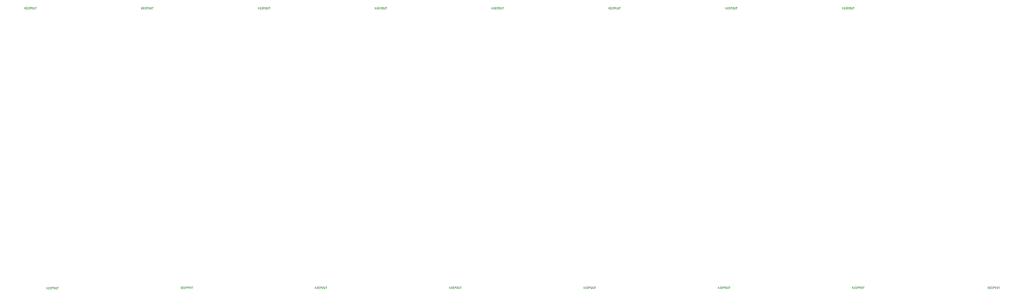
<source format=gbr>
G04 #@! TF.GenerationSoftware,KiCad,Pcbnew,9.0.3*
G04 #@! TF.CreationDate,2025-08-26T17:21:35-04:00*
G04 #@! TF.ProjectId,Oblique Palette 0.5.4 PCB Main,4f626c69-7175-4652-9050-616c65747465,0.5.5*
G04 #@! TF.SameCoordinates,Original*
G04 #@! TF.FileFunction,Other,Comment*
%FSLAX46Y46*%
G04 Gerber Fmt 4.6, Leading zero omitted, Abs format (unit mm)*
G04 Created by KiCad (PCBNEW 9.0.3) date 2025-08-26 17:21:35*
%MOMM*%
%LPD*%
G01*
G04 APERTURE LIST*
%ADD10C,0.051000*%
G04 APERTURE END LIST*
D10*
X242615047Y-104836845D02*
X242615047Y-104436845D01*
X242843618Y-104836845D02*
X242672189Y-104608274D01*
X242843618Y-104436845D02*
X242615047Y-104665417D01*
X243015047Y-104627321D02*
X243148380Y-104627321D01*
X243205523Y-104836845D02*
X243015047Y-104836845D01*
X243015047Y-104836845D02*
X243015047Y-104436845D01*
X243015047Y-104436845D02*
X243205523Y-104436845D01*
X243376952Y-104627321D02*
X243510285Y-104627321D01*
X243567428Y-104836845D02*
X243376952Y-104836845D01*
X243376952Y-104836845D02*
X243376952Y-104436845D01*
X243376952Y-104436845D02*
X243567428Y-104436845D01*
X243738857Y-104836845D02*
X243738857Y-104436845D01*
X243738857Y-104436845D02*
X243891238Y-104436845D01*
X243891238Y-104436845D02*
X243929333Y-104455893D01*
X243929333Y-104455893D02*
X243948380Y-104474940D01*
X243948380Y-104474940D02*
X243967428Y-104513036D01*
X243967428Y-104513036D02*
X243967428Y-104570178D01*
X243967428Y-104570178D02*
X243948380Y-104608274D01*
X243948380Y-104608274D02*
X243929333Y-104627321D01*
X243929333Y-104627321D02*
X243891238Y-104646369D01*
X243891238Y-104646369D02*
X243738857Y-104646369D01*
X244215047Y-104436845D02*
X244291238Y-104436845D01*
X244291238Y-104436845D02*
X244329333Y-104455893D01*
X244329333Y-104455893D02*
X244367428Y-104493988D01*
X244367428Y-104493988D02*
X244386476Y-104570178D01*
X244386476Y-104570178D02*
X244386476Y-104703512D01*
X244386476Y-104703512D02*
X244367428Y-104779702D01*
X244367428Y-104779702D02*
X244329333Y-104817798D01*
X244329333Y-104817798D02*
X244291238Y-104836845D01*
X244291238Y-104836845D02*
X244215047Y-104836845D01*
X244215047Y-104836845D02*
X244176952Y-104817798D01*
X244176952Y-104817798D02*
X244138857Y-104779702D01*
X244138857Y-104779702D02*
X244119809Y-104703512D01*
X244119809Y-104703512D02*
X244119809Y-104570178D01*
X244119809Y-104570178D02*
X244138857Y-104493988D01*
X244138857Y-104493988D02*
X244176952Y-104455893D01*
X244176952Y-104455893D02*
X244215047Y-104436845D01*
X244557905Y-104436845D02*
X244557905Y-104760655D01*
X244557905Y-104760655D02*
X244576952Y-104798750D01*
X244576952Y-104798750D02*
X244596000Y-104817798D01*
X244596000Y-104817798D02*
X244634095Y-104836845D01*
X244634095Y-104836845D02*
X244710286Y-104836845D01*
X244710286Y-104836845D02*
X244748381Y-104817798D01*
X244748381Y-104817798D02*
X244767428Y-104798750D01*
X244767428Y-104798750D02*
X244786476Y-104760655D01*
X244786476Y-104760655D02*
X244786476Y-104436845D01*
X244919810Y-104436845D02*
X245148381Y-104436845D01*
X245034095Y-104836845D02*
X245034095Y-104436845D01*
X39184047Y-104926845D02*
X39184047Y-104526845D01*
X39412618Y-104926845D02*
X39241189Y-104698274D01*
X39412618Y-104526845D02*
X39184047Y-104755417D01*
X39584047Y-104717321D02*
X39717380Y-104717321D01*
X39774523Y-104926845D02*
X39584047Y-104926845D01*
X39584047Y-104926845D02*
X39584047Y-104526845D01*
X39584047Y-104526845D02*
X39774523Y-104526845D01*
X39945952Y-104717321D02*
X40079285Y-104717321D01*
X40136428Y-104926845D02*
X39945952Y-104926845D01*
X39945952Y-104926845D02*
X39945952Y-104526845D01*
X39945952Y-104526845D02*
X40136428Y-104526845D01*
X40307857Y-104926845D02*
X40307857Y-104526845D01*
X40307857Y-104526845D02*
X40460238Y-104526845D01*
X40460238Y-104526845D02*
X40498333Y-104545893D01*
X40498333Y-104545893D02*
X40517380Y-104564940D01*
X40517380Y-104564940D02*
X40536428Y-104603036D01*
X40536428Y-104603036D02*
X40536428Y-104660178D01*
X40536428Y-104660178D02*
X40517380Y-104698274D01*
X40517380Y-104698274D02*
X40498333Y-104717321D01*
X40498333Y-104717321D02*
X40460238Y-104736369D01*
X40460238Y-104736369D02*
X40307857Y-104736369D01*
X40784047Y-104526845D02*
X40860238Y-104526845D01*
X40860238Y-104526845D02*
X40898333Y-104545893D01*
X40898333Y-104545893D02*
X40936428Y-104583988D01*
X40936428Y-104583988D02*
X40955476Y-104660178D01*
X40955476Y-104660178D02*
X40955476Y-104793512D01*
X40955476Y-104793512D02*
X40936428Y-104869702D01*
X40936428Y-104869702D02*
X40898333Y-104907798D01*
X40898333Y-104907798D02*
X40860238Y-104926845D01*
X40860238Y-104926845D02*
X40784047Y-104926845D01*
X40784047Y-104926845D02*
X40745952Y-104907798D01*
X40745952Y-104907798D02*
X40707857Y-104869702D01*
X40707857Y-104869702D02*
X40688809Y-104793512D01*
X40688809Y-104793512D02*
X40688809Y-104660178D01*
X40688809Y-104660178D02*
X40707857Y-104583988D01*
X40707857Y-104583988D02*
X40745952Y-104545893D01*
X40745952Y-104545893D02*
X40784047Y-104526845D01*
X41126905Y-104526845D02*
X41126905Y-104850655D01*
X41126905Y-104850655D02*
X41145952Y-104888750D01*
X41145952Y-104888750D02*
X41165000Y-104907798D01*
X41165000Y-104907798D02*
X41203095Y-104926845D01*
X41203095Y-104926845D02*
X41279286Y-104926845D01*
X41279286Y-104926845D02*
X41317381Y-104907798D01*
X41317381Y-104907798D02*
X41336428Y-104888750D01*
X41336428Y-104888750D02*
X41355476Y-104850655D01*
X41355476Y-104850655D02*
X41355476Y-104526845D01*
X41488810Y-104526845D02*
X41717381Y-104526845D01*
X41603095Y-104926845D02*
X41603095Y-104526845D01*
X34418904Y-44349395D02*
X34418904Y-43949395D01*
X34647475Y-44349395D02*
X34476046Y-44120824D01*
X34647475Y-43949395D02*
X34418904Y-44177967D01*
X34818904Y-44139871D02*
X34952237Y-44139871D01*
X35009380Y-44349395D02*
X34818904Y-44349395D01*
X34818904Y-44349395D02*
X34818904Y-43949395D01*
X34818904Y-43949395D02*
X35009380Y-43949395D01*
X35180809Y-44139871D02*
X35314142Y-44139871D01*
X35371285Y-44349395D02*
X35180809Y-44349395D01*
X35180809Y-44349395D02*
X35180809Y-43949395D01*
X35180809Y-43949395D02*
X35371285Y-43949395D01*
X35542714Y-44349395D02*
X35542714Y-43949395D01*
X35542714Y-43949395D02*
X35695095Y-43949395D01*
X35695095Y-43949395D02*
X35733190Y-43968443D01*
X35733190Y-43968443D02*
X35752237Y-43987490D01*
X35752237Y-43987490D02*
X35771285Y-44025586D01*
X35771285Y-44025586D02*
X35771285Y-44082728D01*
X35771285Y-44082728D02*
X35752237Y-44120824D01*
X35752237Y-44120824D02*
X35733190Y-44139871D01*
X35733190Y-44139871D02*
X35695095Y-44158919D01*
X35695095Y-44158919D02*
X35542714Y-44158919D01*
X36018904Y-43949395D02*
X36095095Y-43949395D01*
X36095095Y-43949395D02*
X36133190Y-43968443D01*
X36133190Y-43968443D02*
X36171285Y-44006538D01*
X36171285Y-44006538D02*
X36190333Y-44082728D01*
X36190333Y-44082728D02*
X36190333Y-44216062D01*
X36190333Y-44216062D02*
X36171285Y-44292252D01*
X36171285Y-44292252D02*
X36133190Y-44330348D01*
X36133190Y-44330348D02*
X36095095Y-44349395D01*
X36095095Y-44349395D02*
X36018904Y-44349395D01*
X36018904Y-44349395D02*
X35980809Y-44330348D01*
X35980809Y-44330348D02*
X35942714Y-44292252D01*
X35942714Y-44292252D02*
X35923666Y-44216062D01*
X35923666Y-44216062D02*
X35923666Y-44082728D01*
X35923666Y-44082728D02*
X35942714Y-44006538D01*
X35942714Y-44006538D02*
X35980809Y-43968443D01*
X35980809Y-43968443D02*
X36018904Y-43949395D01*
X36361762Y-43949395D02*
X36361762Y-44273205D01*
X36361762Y-44273205D02*
X36380809Y-44311300D01*
X36380809Y-44311300D02*
X36399857Y-44330348D01*
X36399857Y-44330348D02*
X36437952Y-44349395D01*
X36437952Y-44349395D02*
X36514143Y-44349395D01*
X36514143Y-44349395D02*
X36552238Y-44330348D01*
X36552238Y-44330348D02*
X36571285Y-44311300D01*
X36571285Y-44311300D02*
X36590333Y-44273205D01*
X36590333Y-44273205D02*
X36590333Y-43949395D01*
X36723667Y-43949395D02*
X36952238Y-43949395D01*
X36837952Y-44349395D02*
X36837952Y-43949395D01*
X59668904Y-44349395D02*
X59668904Y-43949395D01*
X59897475Y-44349395D02*
X59726046Y-44120824D01*
X59897475Y-43949395D02*
X59668904Y-44177967D01*
X60068904Y-44139871D02*
X60202237Y-44139871D01*
X60259380Y-44349395D02*
X60068904Y-44349395D01*
X60068904Y-44349395D02*
X60068904Y-43949395D01*
X60068904Y-43949395D02*
X60259380Y-43949395D01*
X60430809Y-44139871D02*
X60564142Y-44139871D01*
X60621285Y-44349395D02*
X60430809Y-44349395D01*
X60430809Y-44349395D02*
X60430809Y-43949395D01*
X60430809Y-43949395D02*
X60621285Y-43949395D01*
X60792714Y-44349395D02*
X60792714Y-43949395D01*
X60792714Y-43949395D02*
X60945095Y-43949395D01*
X60945095Y-43949395D02*
X60983190Y-43968443D01*
X60983190Y-43968443D02*
X61002237Y-43987490D01*
X61002237Y-43987490D02*
X61021285Y-44025586D01*
X61021285Y-44025586D02*
X61021285Y-44082728D01*
X61021285Y-44082728D02*
X61002237Y-44120824D01*
X61002237Y-44120824D02*
X60983190Y-44139871D01*
X60983190Y-44139871D02*
X60945095Y-44158919D01*
X60945095Y-44158919D02*
X60792714Y-44158919D01*
X61268904Y-43949395D02*
X61345095Y-43949395D01*
X61345095Y-43949395D02*
X61383190Y-43968443D01*
X61383190Y-43968443D02*
X61421285Y-44006538D01*
X61421285Y-44006538D02*
X61440333Y-44082728D01*
X61440333Y-44082728D02*
X61440333Y-44216062D01*
X61440333Y-44216062D02*
X61421285Y-44292252D01*
X61421285Y-44292252D02*
X61383190Y-44330348D01*
X61383190Y-44330348D02*
X61345095Y-44349395D01*
X61345095Y-44349395D02*
X61268904Y-44349395D01*
X61268904Y-44349395D02*
X61230809Y-44330348D01*
X61230809Y-44330348D02*
X61192714Y-44292252D01*
X61192714Y-44292252D02*
X61173666Y-44216062D01*
X61173666Y-44216062D02*
X61173666Y-44082728D01*
X61173666Y-44082728D02*
X61192714Y-44006538D01*
X61192714Y-44006538D02*
X61230809Y-43968443D01*
X61230809Y-43968443D02*
X61268904Y-43949395D01*
X61611762Y-43949395D02*
X61611762Y-44273205D01*
X61611762Y-44273205D02*
X61630809Y-44311300D01*
X61630809Y-44311300D02*
X61649857Y-44330348D01*
X61649857Y-44330348D02*
X61687952Y-44349395D01*
X61687952Y-44349395D02*
X61764143Y-44349395D01*
X61764143Y-44349395D02*
X61802238Y-44330348D01*
X61802238Y-44330348D02*
X61821285Y-44311300D01*
X61821285Y-44311300D02*
X61840333Y-44273205D01*
X61840333Y-44273205D02*
X61840333Y-43949395D01*
X61973667Y-43949395D02*
X62202238Y-43949395D01*
X62087952Y-44349395D02*
X62087952Y-43949395D01*
X68209904Y-104836845D02*
X68209904Y-104436845D01*
X68438475Y-104836845D02*
X68267046Y-104608274D01*
X68438475Y-104436845D02*
X68209904Y-104665417D01*
X68609904Y-104627321D02*
X68743237Y-104627321D01*
X68800380Y-104836845D02*
X68609904Y-104836845D01*
X68609904Y-104836845D02*
X68609904Y-104436845D01*
X68609904Y-104436845D02*
X68800380Y-104436845D01*
X68971809Y-104627321D02*
X69105142Y-104627321D01*
X69162285Y-104836845D02*
X68971809Y-104836845D01*
X68971809Y-104836845D02*
X68971809Y-104436845D01*
X68971809Y-104436845D02*
X69162285Y-104436845D01*
X69333714Y-104836845D02*
X69333714Y-104436845D01*
X69333714Y-104436845D02*
X69486095Y-104436845D01*
X69486095Y-104436845D02*
X69524190Y-104455893D01*
X69524190Y-104455893D02*
X69543237Y-104474940D01*
X69543237Y-104474940D02*
X69562285Y-104513036D01*
X69562285Y-104513036D02*
X69562285Y-104570178D01*
X69562285Y-104570178D02*
X69543237Y-104608274D01*
X69543237Y-104608274D02*
X69524190Y-104627321D01*
X69524190Y-104627321D02*
X69486095Y-104646369D01*
X69486095Y-104646369D02*
X69333714Y-104646369D01*
X69809904Y-104436845D02*
X69886095Y-104436845D01*
X69886095Y-104436845D02*
X69924190Y-104455893D01*
X69924190Y-104455893D02*
X69962285Y-104493988D01*
X69962285Y-104493988D02*
X69981333Y-104570178D01*
X69981333Y-104570178D02*
X69981333Y-104703512D01*
X69981333Y-104703512D02*
X69962285Y-104779702D01*
X69962285Y-104779702D02*
X69924190Y-104817798D01*
X69924190Y-104817798D02*
X69886095Y-104836845D01*
X69886095Y-104836845D02*
X69809904Y-104836845D01*
X69809904Y-104836845D02*
X69771809Y-104817798D01*
X69771809Y-104817798D02*
X69733714Y-104779702D01*
X69733714Y-104779702D02*
X69714666Y-104703512D01*
X69714666Y-104703512D02*
X69714666Y-104570178D01*
X69714666Y-104570178D02*
X69733714Y-104493988D01*
X69733714Y-104493988D02*
X69771809Y-104455893D01*
X69771809Y-104455893D02*
X69809904Y-104436845D01*
X70152762Y-104436845D02*
X70152762Y-104760655D01*
X70152762Y-104760655D02*
X70171809Y-104798750D01*
X70171809Y-104798750D02*
X70190857Y-104817798D01*
X70190857Y-104817798D02*
X70228952Y-104836845D01*
X70228952Y-104836845D02*
X70305143Y-104836845D01*
X70305143Y-104836845D02*
X70343238Y-104817798D01*
X70343238Y-104817798D02*
X70362285Y-104798750D01*
X70362285Y-104798750D02*
X70381333Y-104760655D01*
X70381333Y-104760655D02*
X70381333Y-104436845D01*
X70514667Y-104436845D02*
X70743238Y-104436845D01*
X70628952Y-104836845D02*
X70628952Y-104436845D01*
X184313333Y-104836845D02*
X184313333Y-104436845D01*
X184541904Y-104836845D02*
X184370475Y-104608274D01*
X184541904Y-104436845D02*
X184313333Y-104665417D01*
X184713333Y-104627321D02*
X184846666Y-104627321D01*
X184903809Y-104836845D02*
X184713333Y-104836845D01*
X184713333Y-104836845D02*
X184713333Y-104436845D01*
X184713333Y-104436845D02*
X184903809Y-104436845D01*
X185075238Y-104627321D02*
X185208571Y-104627321D01*
X185265714Y-104836845D02*
X185075238Y-104836845D01*
X185075238Y-104836845D02*
X185075238Y-104436845D01*
X185075238Y-104436845D02*
X185265714Y-104436845D01*
X185437143Y-104836845D02*
X185437143Y-104436845D01*
X185437143Y-104436845D02*
X185589524Y-104436845D01*
X185589524Y-104436845D02*
X185627619Y-104455893D01*
X185627619Y-104455893D02*
X185646666Y-104474940D01*
X185646666Y-104474940D02*
X185665714Y-104513036D01*
X185665714Y-104513036D02*
X185665714Y-104570178D01*
X185665714Y-104570178D02*
X185646666Y-104608274D01*
X185646666Y-104608274D02*
X185627619Y-104627321D01*
X185627619Y-104627321D02*
X185589524Y-104646369D01*
X185589524Y-104646369D02*
X185437143Y-104646369D01*
X185913333Y-104436845D02*
X185989524Y-104436845D01*
X185989524Y-104436845D02*
X186027619Y-104455893D01*
X186027619Y-104455893D02*
X186065714Y-104493988D01*
X186065714Y-104493988D02*
X186084762Y-104570178D01*
X186084762Y-104570178D02*
X186084762Y-104703512D01*
X186084762Y-104703512D02*
X186065714Y-104779702D01*
X186065714Y-104779702D02*
X186027619Y-104817798D01*
X186027619Y-104817798D02*
X185989524Y-104836845D01*
X185989524Y-104836845D02*
X185913333Y-104836845D01*
X185913333Y-104836845D02*
X185875238Y-104817798D01*
X185875238Y-104817798D02*
X185837143Y-104779702D01*
X185837143Y-104779702D02*
X185818095Y-104703512D01*
X185818095Y-104703512D02*
X185818095Y-104570178D01*
X185818095Y-104570178D02*
X185837143Y-104493988D01*
X185837143Y-104493988D02*
X185875238Y-104455893D01*
X185875238Y-104455893D02*
X185913333Y-104436845D01*
X186256191Y-104436845D02*
X186256191Y-104760655D01*
X186256191Y-104760655D02*
X186275238Y-104798750D01*
X186275238Y-104798750D02*
X186294286Y-104817798D01*
X186294286Y-104817798D02*
X186332381Y-104836845D01*
X186332381Y-104836845D02*
X186408572Y-104836845D01*
X186408572Y-104836845D02*
X186446667Y-104817798D01*
X186446667Y-104817798D02*
X186465714Y-104798750D01*
X186465714Y-104798750D02*
X186484762Y-104760655D01*
X186484762Y-104760655D02*
X186484762Y-104436845D01*
X186618096Y-104436845D02*
X186846667Y-104436845D01*
X186732381Y-104836845D02*
X186732381Y-104436845D01*
X185918904Y-44349395D02*
X185918904Y-43949395D01*
X186147475Y-44349395D02*
X185976046Y-44120824D01*
X186147475Y-43949395D02*
X185918904Y-44177967D01*
X186318904Y-44139871D02*
X186452237Y-44139871D01*
X186509380Y-44349395D02*
X186318904Y-44349395D01*
X186318904Y-44349395D02*
X186318904Y-43949395D01*
X186318904Y-43949395D02*
X186509380Y-43949395D01*
X186680809Y-44139871D02*
X186814142Y-44139871D01*
X186871285Y-44349395D02*
X186680809Y-44349395D01*
X186680809Y-44349395D02*
X186680809Y-43949395D01*
X186680809Y-43949395D02*
X186871285Y-43949395D01*
X187042714Y-44349395D02*
X187042714Y-43949395D01*
X187042714Y-43949395D02*
X187195095Y-43949395D01*
X187195095Y-43949395D02*
X187233190Y-43968443D01*
X187233190Y-43968443D02*
X187252237Y-43987490D01*
X187252237Y-43987490D02*
X187271285Y-44025586D01*
X187271285Y-44025586D02*
X187271285Y-44082728D01*
X187271285Y-44082728D02*
X187252237Y-44120824D01*
X187252237Y-44120824D02*
X187233190Y-44139871D01*
X187233190Y-44139871D02*
X187195095Y-44158919D01*
X187195095Y-44158919D02*
X187042714Y-44158919D01*
X187518904Y-43949395D02*
X187595095Y-43949395D01*
X187595095Y-43949395D02*
X187633190Y-43968443D01*
X187633190Y-43968443D02*
X187671285Y-44006538D01*
X187671285Y-44006538D02*
X187690333Y-44082728D01*
X187690333Y-44082728D02*
X187690333Y-44216062D01*
X187690333Y-44216062D02*
X187671285Y-44292252D01*
X187671285Y-44292252D02*
X187633190Y-44330348D01*
X187633190Y-44330348D02*
X187595095Y-44349395D01*
X187595095Y-44349395D02*
X187518904Y-44349395D01*
X187518904Y-44349395D02*
X187480809Y-44330348D01*
X187480809Y-44330348D02*
X187442714Y-44292252D01*
X187442714Y-44292252D02*
X187423666Y-44216062D01*
X187423666Y-44216062D02*
X187423666Y-44082728D01*
X187423666Y-44082728D02*
X187442714Y-44006538D01*
X187442714Y-44006538D02*
X187480809Y-43968443D01*
X187480809Y-43968443D02*
X187518904Y-43949395D01*
X187861762Y-43949395D02*
X187861762Y-44273205D01*
X187861762Y-44273205D02*
X187880809Y-44311300D01*
X187880809Y-44311300D02*
X187899857Y-44330348D01*
X187899857Y-44330348D02*
X187937952Y-44349395D01*
X187937952Y-44349395D02*
X188014143Y-44349395D01*
X188014143Y-44349395D02*
X188052238Y-44330348D01*
X188052238Y-44330348D02*
X188071285Y-44311300D01*
X188071285Y-44311300D02*
X188090333Y-44273205D01*
X188090333Y-44273205D02*
X188090333Y-43949395D01*
X188223667Y-43949395D02*
X188452238Y-43949395D01*
X188337952Y-44349395D02*
X188337952Y-43949395D01*
X160668904Y-44349395D02*
X160668904Y-43949395D01*
X160897475Y-44349395D02*
X160726046Y-44120824D01*
X160897475Y-43949395D02*
X160668904Y-44177967D01*
X161068904Y-44139871D02*
X161202237Y-44139871D01*
X161259380Y-44349395D02*
X161068904Y-44349395D01*
X161068904Y-44349395D02*
X161068904Y-43949395D01*
X161068904Y-43949395D02*
X161259380Y-43949395D01*
X161430809Y-44139871D02*
X161564142Y-44139871D01*
X161621285Y-44349395D02*
X161430809Y-44349395D01*
X161430809Y-44349395D02*
X161430809Y-43949395D01*
X161430809Y-43949395D02*
X161621285Y-43949395D01*
X161792714Y-44349395D02*
X161792714Y-43949395D01*
X161792714Y-43949395D02*
X161945095Y-43949395D01*
X161945095Y-43949395D02*
X161983190Y-43968443D01*
X161983190Y-43968443D02*
X162002237Y-43987490D01*
X162002237Y-43987490D02*
X162021285Y-44025586D01*
X162021285Y-44025586D02*
X162021285Y-44082728D01*
X162021285Y-44082728D02*
X162002237Y-44120824D01*
X162002237Y-44120824D02*
X161983190Y-44139871D01*
X161983190Y-44139871D02*
X161945095Y-44158919D01*
X161945095Y-44158919D02*
X161792714Y-44158919D01*
X162268904Y-43949395D02*
X162345095Y-43949395D01*
X162345095Y-43949395D02*
X162383190Y-43968443D01*
X162383190Y-43968443D02*
X162421285Y-44006538D01*
X162421285Y-44006538D02*
X162440333Y-44082728D01*
X162440333Y-44082728D02*
X162440333Y-44216062D01*
X162440333Y-44216062D02*
X162421285Y-44292252D01*
X162421285Y-44292252D02*
X162383190Y-44330348D01*
X162383190Y-44330348D02*
X162345095Y-44349395D01*
X162345095Y-44349395D02*
X162268904Y-44349395D01*
X162268904Y-44349395D02*
X162230809Y-44330348D01*
X162230809Y-44330348D02*
X162192714Y-44292252D01*
X162192714Y-44292252D02*
X162173666Y-44216062D01*
X162173666Y-44216062D02*
X162173666Y-44082728D01*
X162173666Y-44082728D02*
X162192714Y-44006538D01*
X162192714Y-44006538D02*
X162230809Y-43968443D01*
X162230809Y-43968443D02*
X162268904Y-43949395D01*
X162611762Y-43949395D02*
X162611762Y-44273205D01*
X162611762Y-44273205D02*
X162630809Y-44311300D01*
X162630809Y-44311300D02*
X162649857Y-44330348D01*
X162649857Y-44330348D02*
X162687952Y-44349395D01*
X162687952Y-44349395D02*
X162764143Y-44349395D01*
X162764143Y-44349395D02*
X162802238Y-44330348D01*
X162802238Y-44330348D02*
X162821285Y-44311300D01*
X162821285Y-44311300D02*
X162840333Y-44273205D01*
X162840333Y-44273205D02*
X162840333Y-43949395D01*
X162973667Y-43949395D02*
X163202238Y-43949395D01*
X163087952Y-44349395D02*
X163087952Y-43949395D01*
X213339190Y-104836845D02*
X213339190Y-104436845D01*
X213567761Y-104836845D02*
X213396332Y-104608274D01*
X213567761Y-104436845D02*
X213339190Y-104665417D01*
X213739190Y-104627321D02*
X213872523Y-104627321D01*
X213929666Y-104836845D02*
X213739190Y-104836845D01*
X213739190Y-104836845D02*
X213739190Y-104436845D01*
X213739190Y-104436845D02*
X213929666Y-104436845D01*
X214101095Y-104627321D02*
X214234428Y-104627321D01*
X214291571Y-104836845D02*
X214101095Y-104836845D01*
X214101095Y-104836845D02*
X214101095Y-104436845D01*
X214101095Y-104436845D02*
X214291571Y-104436845D01*
X214463000Y-104836845D02*
X214463000Y-104436845D01*
X214463000Y-104436845D02*
X214615381Y-104436845D01*
X214615381Y-104436845D02*
X214653476Y-104455893D01*
X214653476Y-104455893D02*
X214672523Y-104474940D01*
X214672523Y-104474940D02*
X214691571Y-104513036D01*
X214691571Y-104513036D02*
X214691571Y-104570178D01*
X214691571Y-104570178D02*
X214672523Y-104608274D01*
X214672523Y-104608274D02*
X214653476Y-104627321D01*
X214653476Y-104627321D02*
X214615381Y-104646369D01*
X214615381Y-104646369D02*
X214463000Y-104646369D01*
X214939190Y-104436845D02*
X215015381Y-104436845D01*
X215015381Y-104436845D02*
X215053476Y-104455893D01*
X215053476Y-104455893D02*
X215091571Y-104493988D01*
X215091571Y-104493988D02*
X215110619Y-104570178D01*
X215110619Y-104570178D02*
X215110619Y-104703512D01*
X215110619Y-104703512D02*
X215091571Y-104779702D01*
X215091571Y-104779702D02*
X215053476Y-104817798D01*
X215053476Y-104817798D02*
X215015381Y-104836845D01*
X215015381Y-104836845D02*
X214939190Y-104836845D01*
X214939190Y-104836845D02*
X214901095Y-104817798D01*
X214901095Y-104817798D02*
X214863000Y-104779702D01*
X214863000Y-104779702D02*
X214843952Y-104703512D01*
X214843952Y-104703512D02*
X214843952Y-104570178D01*
X214843952Y-104570178D02*
X214863000Y-104493988D01*
X214863000Y-104493988D02*
X214901095Y-104455893D01*
X214901095Y-104455893D02*
X214939190Y-104436845D01*
X215282048Y-104436845D02*
X215282048Y-104760655D01*
X215282048Y-104760655D02*
X215301095Y-104798750D01*
X215301095Y-104798750D02*
X215320143Y-104817798D01*
X215320143Y-104817798D02*
X215358238Y-104836845D01*
X215358238Y-104836845D02*
X215434429Y-104836845D01*
X215434429Y-104836845D02*
X215472524Y-104817798D01*
X215472524Y-104817798D02*
X215491571Y-104798750D01*
X215491571Y-104798750D02*
X215510619Y-104760655D01*
X215510619Y-104760655D02*
X215510619Y-104436845D01*
X215643953Y-104436845D02*
X215872524Y-104436845D01*
X215758238Y-104836845D02*
X215758238Y-104436845D01*
X97235761Y-104836845D02*
X97235761Y-104436845D01*
X97464332Y-104836845D02*
X97292903Y-104608274D01*
X97464332Y-104436845D02*
X97235761Y-104665417D01*
X97635761Y-104627321D02*
X97769094Y-104627321D01*
X97826237Y-104836845D02*
X97635761Y-104836845D01*
X97635761Y-104836845D02*
X97635761Y-104436845D01*
X97635761Y-104436845D02*
X97826237Y-104436845D01*
X97997666Y-104627321D02*
X98130999Y-104627321D01*
X98188142Y-104836845D02*
X97997666Y-104836845D01*
X97997666Y-104836845D02*
X97997666Y-104436845D01*
X97997666Y-104436845D02*
X98188142Y-104436845D01*
X98359571Y-104836845D02*
X98359571Y-104436845D01*
X98359571Y-104436845D02*
X98511952Y-104436845D01*
X98511952Y-104436845D02*
X98550047Y-104455893D01*
X98550047Y-104455893D02*
X98569094Y-104474940D01*
X98569094Y-104474940D02*
X98588142Y-104513036D01*
X98588142Y-104513036D02*
X98588142Y-104570178D01*
X98588142Y-104570178D02*
X98569094Y-104608274D01*
X98569094Y-104608274D02*
X98550047Y-104627321D01*
X98550047Y-104627321D02*
X98511952Y-104646369D01*
X98511952Y-104646369D02*
X98359571Y-104646369D01*
X98835761Y-104436845D02*
X98911952Y-104436845D01*
X98911952Y-104436845D02*
X98950047Y-104455893D01*
X98950047Y-104455893D02*
X98988142Y-104493988D01*
X98988142Y-104493988D02*
X99007190Y-104570178D01*
X99007190Y-104570178D02*
X99007190Y-104703512D01*
X99007190Y-104703512D02*
X98988142Y-104779702D01*
X98988142Y-104779702D02*
X98950047Y-104817798D01*
X98950047Y-104817798D02*
X98911952Y-104836845D01*
X98911952Y-104836845D02*
X98835761Y-104836845D01*
X98835761Y-104836845D02*
X98797666Y-104817798D01*
X98797666Y-104817798D02*
X98759571Y-104779702D01*
X98759571Y-104779702D02*
X98740523Y-104703512D01*
X98740523Y-104703512D02*
X98740523Y-104570178D01*
X98740523Y-104570178D02*
X98759571Y-104493988D01*
X98759571Y-104493988D02*
X98797666Y-104455893D01*
X98797666Y-104455893D02*
X98835761Y-104436845D01*
X99178619Y-104436845D02*
X99178619Y-104760655D01*
X99178619Y-104760655D02*
X99197666Y-104798750D01*
X99197666Y-104798750D02*
X99216714Y-104817798D01*
X99216714Y-104817798D02*
X99254809Y-104836845D01*
X99254809Y-104836845D02*
X99331000Y-104836845D01*
X99331000Y-104836845D02*
X99369095Y-104817798D01*
X99369095Y-104817798D02*
X99388142Y-104798750D01*
X99388142Y-104798750D02*
X99407190Y-104760655D01*
X99407190Y-104760655D02*
X99407190Y-104436845D01*
X99540524Y-104436845D02*
X99769095Y-104436845D01*
X99654809Y-104836845D02*
X99654809Y-104436845D01*
X155287476Y-104836845D02*
X155287476Y-104436845D01*
X155516047Y-104836845D02*
X155344618Y-104608274D01*
X155516047Y-104436845D02*
X155287476Y-104665417D01*
X155687476Y-104627321D02*
X155820809Y-104627321D01*
X155877952Y-104836845D02*
X155687476Y-104836845D01*
X155687476Y-104836845D02*
X155687476Y-104436845D01*
X155687476Y-104436845D02*
X155877952Y-104436845D01*
X156049381Y-104627321D02*
X156182714Y-104627321D01*
X156239857Y-104836845D02*
X156049381Y-104836845D01*
X156049381Y-104836845D02*
X156049381Y-104436845D01*
X156049381Y-104436845D02*
X156239857Y-104436845D01*
X156411286Y-104836845D02*
X156411286Y-104436845D01*
X156411286Y-104436845D02*
X156563667Y-104436845D01*
X156563667Y-104436845D02*
X156601762Y-104455893D01*
X156601762Y-104455893D02*
X156620809Y-104474940D01*
X156620809Y-104474940D02*
X156639857Y-104513036D01*
X156639857Y-104513036D02*
X156639857Y-104570178D01*
X156639857Y-104570178D02*
X156620809Y-104608274D01*
X156620809Y-104608274D02*
X156601762Y-104627321D01*
X156601762Y-104627321D02*
X156563667Y-104646369D01*
X156563667Y-104646369D02*
X156411286Y-104646369D01*
X156887476Y-104436845D02*
X156963667Y-104436845D01*
X156963667Y-104436845D02*
X157001762Y-104455893D01*
X157001762Y-104455893D02*
X157039857Y-104493988D01*
X157039857Y-104493988D02*
X157058905Y-104570178D01*
X157058905Y-104570178D02*
X157058905Y-104703512D01*
X157058905Y-104703512D02*
X157039857Y-104779702D01*
X157039857Y-104779702D02*
X157001762Y-104817798D01*
X157001762Y-104817798D02*
X156963667Y-104836845D01*
X156963667Y-104836845D02*
X156887476Y-104836845D01*
X156887476Y-104836845D02*
X156849381Y-104817798D01*
X156849381Y-104817798D02*
X156811286Y-104779702D01*
X156811286Y-104779702D02*
X156792238Y-104703512D01*
X156792238Y-104703512D02*
X156792238Y-104570178D01*
X156792238Y-104570178D02*
X156811286Y-104493988D01*
X156811286Y-104493988D02*
X156849381Y-104455893D01*
X156849381Y-104455893D02*
X156887476Y-104436845D01*
X157230334Y-104436845D02*
X157230334Y-104760655D01*
X157230334Y-104760655D02*
X157249381Y-104798750D01*
X157249381Y-104798750D02*
X157268429Y-104817798D01*
X157268429Y-104817798D02*
X157306524Y-104836845D01*
X157306524Y-104836845D02*
X157382715Y-104836845D01*
X157382715Y-104836845D02*
X157420810Y-104817798D01*
X157420810Y-104817798D02*
X157439857Y-104798750D01*
X157439857Y-104798750D02*
X157458905Y-104760655D01*
X157458905Y-104760655D02*
X157458905Y-104436845D01*
X157592239Y-104436845D02*
X157820810Y-104436845D01*
X157706524Y-104836845D02*
X157706524Y-104436845D01*
X135418904Y-44349395D02*
X135418904Y-43949395D01*
X135647475Y-44349395D02*
X135476046Y-44120824D01*
X135647475Y-43949395D02*
X135418904Y-44177967D01*
X135818904Y-44139871D02*
X135952237Y-44139871D01*
X136009380Y-44349395D02*
X135818904Y-44349395D01*
X135818904Y-44349395D02*
X135818904Y-43949395D01*
X135818904Y-43949395D02*
X136009380Y-43949395D01*
X136180809Y-44139871D02*
X136314142Y-44139871D01*
X136371285Y-44349395D02*
X136180809Y-44349395D01*
X136180809Y-44349395D02*
X136180809Y-43949395D01*
X136180809Y-43949395D02*
X136371285Y-43949395D01*
X136542714Y-44349395D02*
X136542714Y-43949395D01*
X136542714Y-43949395D02*
X136695095Y-43949395D01*
X136695095Y-43949395D02*
X136733190Y-43968443D01*
X136733190Y-43968443D02*
X136752237Y-43987490D01*
X136752237Y-43987490D02*
X136771285Y-44025586D01*
X136771285Y-44025586D02*
X136771285Y-44082728D01*
X136771285Y-44082728D02*
X136752237Y-44120824D01*
X136752237Y-44120824D02*
X136733190Y-44139871D01*
X136733190Y-44139871D02*
X136695095Y-44158919D01*
X136695095Y-44158919D02*
X136542714Y-44158919D01*
X137018904Y-43949395D02*
X137095095Y-43949395D01*
X137095095Y-43949395D02*
X137133190Y-43968443D01*
X137133190Y-43968443D02*
X137171285Y-44006538D01*
X137171285Y-44006538D02*
X137190333Y-44082728D01*
X137190333Y-44082728D02*
X137190333Y-44216062D01*
X137190333Y-44216062D02*
X137171285Y-44292252D01*
X137171285Y-44292252D02*
X137133190Y-44330348D01*
X137133190Y-44330348D02*
X137095095Y-44349395D01*
X137095095Y-44349395D02*
X137018904Y-44349395D01*
X137018904Y-44349395D02*
X136980809Y-44330348D01*
X136980809Y-44330348D02*
X136942714Y-44292252D01*
X136942714Y-44292252D02*
X136923666Y-44216062D01*
X136923666Y-44216062D02*
X136923666Y-44082728D01*
X136923666Y-44082728D02*
X136942714Y-44006538D01*
X136942714Y-44006538D02*
X136980809Y-43968443D01*
X136980809Y-43968443D02*
X137018904Y-43949395D01*
X137361762Y-43949395D02*
X137361762Y-44273205D01*
X137361762Y-44273205D02*
X137380809Y-44311300D01*
X137380809Y-44311300D02*
X137399857Y-44330348D01*
X137399857Y-44330348D02*
X137437952Y-44349395D01*
X137437952Y-44349395D02*
X137514143Y-44349395D01*
X137514143Y-44349395D02*
X137552238Y-44330348D01*
X137552238Y-44330348D02*
X137571285Y-44311300D01*
X137571285Y-44311300D02*
X137590333Y-44273205D01*
X137590333Y-44273205D02*
X137590333Y-43949395D01*
X137723667Y-43949395D02*
X137952238Y-43949395D01*
X137837952Y-44349395D02*
X137837952Y-43949395D01*
X211168904Y-44349395D02*
X211168904Y-43949395D01*
X211397475Y-44349395D02*
X211226046Y-44120824D01*
X211397475Y-43949395D02*
X211168904Y-44177967D01*
X211568904Y-44139871D02*
X211702237Y-44139871D01*
X211759380Y-44349395D02*
X211568904Y-44349395D01*
X211568904Y-44349395D02*
X211568904Y-43949395D01*
X211568904Y-43949395D02*
X211759380Y-43949395D01*
X211930809Y-44139871D02*
X212064142Y-44139871D01*
X212121285Y-44349395D02*
X211930809Y-44349395D01*
X211930809Y-44349395D02*
X211930809Y-43949395D01*
X211930809Y-43949395D02*
X212121285Y-43949395D01*
X212292714Y-44349395D02*
X212292714Y-43949395D01*
X212292714Y-43949395D02*
X212445095Y-43949395D01*
X212445095Y-43949395D02*
X212483190Y-43968443D01*
X212483190Y-43968443D02*
X212502237Y-43987490D01*
X212502237Y-43987490D02*
X212521285Y-44025586D01*
X212521285Y-44025586D02*
X212521285Y-44082728D01*
X212521285Y-44082728D02*
X212502237Y-44120824D01*
X212502237Y-44120824D02*
X212483190Y-44139871D01*
X212483190Y-44139871D02*
X212445095Y-44158919D01*
X212445095Y-44158919D02*
X212292714Y-44158919D01*
X212768904Y-43949395D02*
X212845095Y-43949395D01*
X212845095Y-43949395D02*
X212883190Y-43968443D01*
X212883190Y-43968443D02*
X212921285Y-44006538D01*
X212921285Y-44006538D02*
X212940333Y-44082728D01*
X212940333Y-44082728D02*
X212940333Y-44216062D01*
X212940333Y-44216062D02*
X212921285Y-44292252D01*
X212921285Y-44292252D02*
X212883190Y-44330348D01*
X212883190Y-44330348D02*
X212845095Y-44349395D01*
X212845095Y-44349395D02*
X212768904Y-44349395D01*
X212768904Y-44349395D02*
X212730809Y-44330348D01*
X212730809Y-44330348D02*
X212692714Y-44292252D01*
X212692714Y-44292252D02*
X212673666Y-44216062D01*
X212673666Y-44216062D02*
X212673666Y-44082728D01*
X212673666Y-44082728D02*
X212692714Y-44006538D01*
X212692714Y-44006538D02*
X212730809Y-43968443D01*
X212730809Y-43968443D02*
X212768904Y-43949395D01*
X213111762Y-43949395D02*
X213111762Y-44273205D01*
X213111762Y-44273205D02*
X213130809Y-44311300D01*
X213130809Y-44311300D02*
X213149857Y-44330348D01*
X213149857Y-44330348D02*
X213187952Y-44349395D01*
X213187952Y-44349395D02*
X213264143Y-44349395D01*
X213264143Y-44349395D02*
X213302238Y-44330348D01*
X213302238Y-44330348D02*
X213321285Y-44311300D01*
X213321285Y-44311300D02*
X213340333Y-44273205D01*
X213340333Y-44273205D02*
X213340333Y-43949395D01*
X213473667Y-43949395D02*
X213702238Y-43949395D01*
X213587952Y-44349395D02*
X213587952Y-43949395D01*
X126261618Y-104836845D02*
X126261618Y-104436845D01*
X126490189Y-104836845D02*
X126318760Y-104608274D01*
X126490189Y-104436845D02*
X126261618Y-104665417D01*
X126661618Y-104627321D02*
X126794951Y-104627321D01*
X126852094Y-104836845D02*
X126661618Y-104836845D01*
X126661618Y-104836845D02*
X126661618Y-104436845D01*
X126661618Y-104436845D02*
X126852094Y-104436845D01*
X127023523Y-104627321D02*
X127156856Y-104627321D01*
X127213999Y-104836845D02*
X127023523Y-104836845D01*
X127023523Y-104836845D02*
X127023523Y-104436845D01*
X127023523Y-104436845D02*
X127213999Y-104436845D01*
X127385428Y-104836845D02*
X127385428Y-104436845D01*
X127385428Y-104436845D02*
X127537809Y-104436845D01*
X127537809Y-104436845D02*
X127575904Y-104455893D01*
X127575904Y-104455893D02*
X127594951Y-104474940D01*
X127594951Y-104474940D02*
X127613999Y-104513036D01*
X127613999Y-104513036D02*
X127613999Y-104570178D01*
X127613999Y-104570178D02*
X127594951Y-104608274D01*
X127594951Y-104608274D02*
X127575904Y-104627321D01*
X127575904Y-104627321D02*
X127537809Y-104646369D01*
X127537809Y-104646369D02*
X127385428Y-104646369D01*
X127861618Y-104436845D02*
X127937809Y-104436845D01*
X127937809Y-104436845D02*
X127975904Y-104455893D01*
X127975904Y-104455893D02*
X128013999Y-104493988D01*
X128013999Y-104493988D02*
X128033047Y-104570178D01*
X128033047Y-104570178D02*
X128033047Y-104703512D01*
X128033047Y-104703512D02*
X128013999Y-104779702D01*
X128013999Y-104779702D02*
X127975904Y-104817798D01*
X127975904Y-104817798D02*
X127937809Y-104836845D01*
X127937809Y-104836845D02*
X127861618Y-104836845D01*
X127861618Y-104836845D02*
X127823523Y-104817798D01*
X127823523Y-104817798D02*
X127785428Y-104779702D01*
X127785428Y-104779702D02*
X127766380Y-104703512D01*
X127766380Y-104703512D02*
X127766380Y-104570178D01*
X127766380Y-104570178D02*
X127785428Y-104493988D01*
X127785428Y-104493988D02*
X127823523Y-104455893D01*
X127823523Y-104455893D02*
X127861618Y-104436845D01*
X128204476Y-104436845D02*
X128204476Y-104760655D01*
X128204476Y-104760655D02*
X128223523Y-104798750D01*
X128223523Y-104798750D02*
X128242571Y-104817798D01*
X128242571Y-104817798D02*
X128280666Y-104836845D01*
X128280666Y-104836845D02*
X128356857Y-104836845D01*
X128356857Y-104836845D02*
X128394952Y-104817798D01*
X128394952Y-104817798D02*
X128413999Y-104798750D01*
X128413999Y-104798750D02*
X128433047Y-104760655D01*
X128433047Y-104760655D02*
X128433047Y-104436845D01*
X128566381Y-104436845D02*
X128794952Y-104436845D01*
X128680666Y-104836845D02*
X128680666Y-104436845D01*
X110168904Y-44349395D02*
X110168904Y-43949395D01*
X110397475Y-44349395D02*
X110226046Y-44120824D01*
X110397475Y-43949395D02*
X110168904Y-44177967D01*
X110568904Y-44139871D02*
X110702237Y-44139871D01*
X110759380Y-44349395D02*
X110568904Y-44349395D01*
X110568904Y-44349395D02*
X110568904Y-43949395D01*
X110568904Y-43949395D02*
X110759380Y-43949395D01*
X110930809Y-44139871D02*
X111064142Y-44139871D01*
X111121285Y-44349395D02*
X110930809Y-44349395D01*
X110930809Y-44349395D02*
X110930809Y-43949395D01*
X110930809Y-43949395D02*
X111121285Y-43949395D01*
X111292714Y-44349395D02*
X111292714Y-43949395D01*
X111292714Y-43949395D02*
X111445095Y-43949395D01*
X111445095Y-43949395D02*
X111483190Y-43968443D01*
X111483190Y-43968443D02*
X111502237Y-43987490D01*
X111502237Y-43987490D02*
X111521285Y-44025586D01*
X111521285Y-44025586D02*
X111521285Y-44082728D01*
X111521285Y-44082728D02*
X111502237Y-44120824D01*
X111502237Y-44120824D02*
X111483190Y-44139871D01*
X111483190Y-44139871D02*
X111445095Y-44158919D01*
X111445095Y-44158919D02*
X111292714Y-44158919D01*
X111768904Y-43949395D02*
X111845095Y-43949395D01*
X111845095Y-43949395D02*
X111883190Y-43968443D01*
X111883190Y-43968443D02*
X111921285Y-44006538D01*
X111921285Y-44006538D02*
X111940333Y-44082728D01*
X111940333Y-44082728D02*
X111940333Y-44216062D01*
X111940333Y-44216062D02*
X111921285Y-44292252D01*
X111921285Y-44292252D02*
X111883190Y-44330348D01*
X111883190Y-44330348D02*
X111845095Y-44349395D01*
X111845095Y-44349395D02*
X111768904Y-44349395D01*
X111768904Y-44349395D02*
X111730809Y-44330348D01*
X111730809Y-44330348D02*
X111692714Y-44292252D01*
X111692714Y-44292252D02*
X111673666Y-44216062D01*
X111673666Y-44216062D02*
X111673666Y-44082728D01*
X111673666Y-44082728D02*
X111692714Y-44006538D01*
X111692714Y-44006538D02*
X111730809Y-43968443D01*
X111730809Y-43968443D02*
X111768904Y-43949395D01*
X112111762Y-43949395D02*
X112111762Y-44273205D01*
X112111762Y-44273205D02*
X112130809Y-44311300D01*
X112130809Y-44311300D02*
X112149857Y-44330348D01*
X112149857Y-44330348D02*
X112187952Y-44349395D01*
X112187952Y-44349395D02*
X112264143Y-44349395D01*
X112264143Y-44349395D02*
X112302238Y-44330348D01*
X112302238Y-44330348D02*
X112321285Y-44311300D01*
X112321285Y-44311300D02*
X112340333Y-44273205D01*
X112340333Y-44273205D02*
X112340333Y-43949395D01*
X112473667Y-43949395D02*
X112702238Y-43949395D01*
X112587952Y-44349395D02*
X112587952Y-43949395D01*
X84918904Y-44349395D02*
X84918904Y-43949395D01*
X85147475Y-44349395D02*
X84976046Y-44120824D01*
X85147475Y-43949395D02*
X84918904Y-44177967D01*
X85318904Y-44139871D02*
X85452237Y-44139871D01*
X85509380Y-44349395D02*
X85318904Y-44349395D01*
X85318904Y-44349395D02*
X85318904Y-43949395D01*
X85318904Y-43949395D02*
X85509380Y-43949395D01*
X85680809Y-44139871D02*
X85814142Y-44139871D01*
X85871285Y-44349395D02*
X85680809Y-44349395D01*
X85680809Y-44349395D02*
X85680809Y-43949395D01*
X85680809Y-43949395D02*
X85871285Y-43949395D01*
X86042714Y-44349395D02*
X86042714Y-43949395D01*
X86042714Y-43949395D02*
X86195095Y-43949395D01*
X86195095Y-43949395D02*
X86233190Y-43968443D01*
X86233190Y-43968443D02*
X86252237Y-43987490D01*
X86252237Y-43987490D02*
X86271285Y-44025586D01*
X86271285Y-44025586D02*
X86271285Y-44082728D01*
X86271285Y-44082728D02*
X86252237Y-44120824D01*
X86252237Y-44120824D02*
X86233190Y-44139871D01*
X86233190Y-44139871D02*
X86195095Y-44158919D01*
X86195095Y-44158919D02*
X86042714Y-44158919D01*
X86518904Y-43949395D02*
X86595095Y-43949395D01*
X86595095Y-43949395D02*
X86633190Y-43968443D01*
X86633190Y-43968443D02*
X86671285Y-44006538D01*
X86671285Y-44006538D02*
X86690333Y-44082728D01*
X86690333Y-44082728D02*
X86690333Y-44216062D01*
X86690333Y-44216062D02*
X86671285Y-44292252D01*
X86671285Y-44292252D02*
X86633190Y-44330348D01*
X86633190Y-44330348D02*
X86595095Y-44349395D01*
X86595095Y-44349395D02*
X86518904Y-44349395D01*
X86518904Y-44349395D02*
X86480809Y-44330348D01*
X86480809Y-44330348D02*
X86442714Y-44292252D01*
X86442714Y-44292252D02*
X86423666Y-44216062D01*
X86423666Y-44216062D02*
X86423666Y-44082728D01*
X86423666Y-44082728D02*
X86442714Y-44006538D01*
X86442714Y-44006538D02*
X86480809Y-43968443D01*
X86480809Y-43968443D02*
X86518904Y-43949395D01*
X86861762Y-43949395D02*
X86861762Y-44273205D01*
X86861762Y-44273205D02*
X86880809Y-44311300D01*
X86880809Y-44311300D02*
X86899857Y-44330348D01*
X86899857Y-44330348D02*
X86937952Y-44349395D01*
X86937952Y-44349395D02*
X87014143Y-44349395D01*
X87014143Y-44349395D02*
X87052238Y-44330348D01*
X87052238Y-44330348D02*
X87071285Y-44311300D01*
X87071285Y-44311300D02*
X87090333Y-44273205D01*
X87090333Y-44273205D02*
X87090333Y-43949395D01*
X87223667Y-43949395D02*
X87452238Y-43949395D01*
X87337952Y-44349395D02*
X87337952Y-43949395D01*
M02*

</source>
